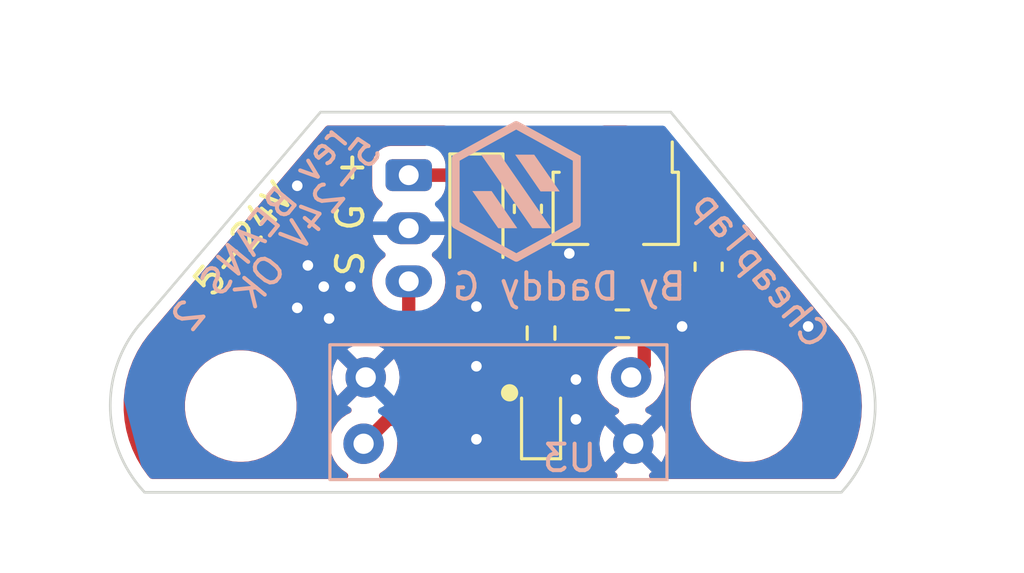
<source format=kicad_pcb>
(kicad_pcb (version 20211014) (generator pcbnew)
  (layers (0 "F.Cu" signal) (31 "B.Cu" signal) (34 "B.Paste" user) (35 "F.Paste" user) (36 "B.SilkS" user "B.Silkscreen") (37 "F.SilkS" user "F.Silkscreen") (38 "B.Mask" user) (39 "F.Mask" user) (44 "Edge.Cuts" user))
  (net 0 "")
  (net 1 "SIG")
  (net 2 "GND")
  (net 3 "Vin")
  (net 4 "+5V")
  (net 5 "/current limit u3 led")
  (net 6 "/current limit status led")
  (footprint "Diode_SMD:D_SOD-123" (layer "F.Cu") (at 111.75 58.25 -90)
    (fp_text reference "D1" hide)
    (fp_text value "24-30v ~500ma")
    (fp_line (start -2.25 1) (end 1.65 1) (layer "F.SilkS") (width 0.12))
    (fp_line (start -2.25 -1) (end 1.65 -1) (layer "F.SilkS") (width 0.12))
    (fp_line (start -2.25 -1) (end -2.25 1) (layer "F.SilkS") (width 0.12))
    (pad "1" smd rect (at -1.65 0 270) (size 0.9 1.2) (layers "F.Cu" "F.Paste" "F.Mask") (net 3 "Vin"))
    (pad "2" smd rect (at 1.65 0 270) (size 0.9 1.2) (layers "F.Cu" "F.Paste" "F.Mask") (net 2 "GND"))
  )
  (footprint "LED_SMD:LED_0603_1608Metric" (layer "F.Cu") (at 114.18625 66 90)
    (fp_text reference "D2" hide)
    (fp_text value "LED")
    (fp_line (start 0.8 -0.735) (end -1.485 -0.735) (layer "F.SilkS") (width 0.12))
    (fp_line (start -1.485 0.735) (end 0.8 0.735) (layer "F.SilkS") (width 0.12))
    (fp_line (start -1.485 -0.735) (end -1.485 0.735) (layer "F.SilkS") (width 0.12))
    (pad "1" smd roundrect (at -0.7875 0 90) (size 0.875 0.95) (layers "F.Cu" "F.Paste" "F.Mask") (net 2 "GND"))
    (pad "2" smd roundrect (at 0.7875 0 90) (size 0.875 0.95) (layers "F.Cu" "F.Paste" "F.Mask") (net 6 "/current limit status led"))
  )
  (footprint "Connector_JST:JST_PH_S3B-PH-K_1x03_P2.00mm_Horizontal" (layer "F.Cu") (at 109.2 56.8 -90)
    (fp_text reference "J1" hide)
    (fp_text value "Conn_01x03" hide)
    (pad "1" thru_hole roundrect (at 0 0 270) (size 1.2 1.75) (drill 0.75) (layers *.Cu *.Mask) (roundrect_rratio 0.2083333333) (net 3 "Vin"))
    (pad "2" thru_hole oval (at 2 0 270) (size 1.2 1.75) (drill 0.75) (layers *.Cu *.Mask) (net 2 "GND"))
    (pad "3" thru_hole oval (at 4 0 270) (size 1.2 1.75) (drill 0.75) (layers *.Cu *.Mask) (net 1 "SIG"))
  )
  (footprint "Capacitor_SMD:C_0603_1608Metric" (layer "F.Cu") (at 120.5 60.25 -90)
    (fp_text reference "C2" hide)
    (fp_text value "100nf")
    (fp_line (start -0.14058 0.51) (end 0.14058 0.51) (layer "F.SilkS") (width 0.12))
    (fp_line (start -0.14058 -0.51) (end 0.14058 -0.51) (layer "F.SilkS") (width 0.12))
    (pad "1" smd roundrect (at -0.775 0 270) (size 0.9 0.95) (layers "F.Cu" "F.Paste" "F.Mask") (net 4 "+5V"))
    (pad "2" smd roundrect (at 0.775 0 270) (size 0.9 0.95) (layers "F.Cu" "F.Paste" "F.Mask") (net 2 "GND"))
  )
  (footprint "Package_TO_SOT_SMD:SOT-89-3" (layer "F.Cu") (at 117 57.75 -90)
    (fp_text reference "U1" hide)
    (fp_text value "L78L05_SOT89")
    (fp_line (start -1.06 -2.36) (end 1.66 -2.36) (layer "F.SilkS") (width 0.12))
    (fp_line (start -2.2 -2.13) (end -1.06 -2.13) (layer "F.SilkS") (width 0.12))
    (fp_line (start -1.06 -2.36) (end -1.06 -2.13) (layer "F.SilkS") (width 0.12))
    (fp_line (start 1.66 2.36) (end -1.06 2.36) (layer "F.SilkS") (width 0.12))
    (fp_line (start -1.06 2.36) (end -1.06 2.13) (layer "F.SilkS") (width 0.12))
    (fp_line (start 1.66 -2.36) (end 1.66 -1.05) (layer "F.SilkS") (width 0.12))
    (fp_line (start 1.66 1.05) (end 1.66 2.36) (layer "F.SilkS") (width 0.12))
    (pad "1" smd rect (at -1.65 -1.5 270) (size 1.3 0.9) (layers "F.Cu" "F.Paste" "F.Mask") (net 4 "+5V"))
    (pad "2" smd custom (at -1.5625 0 270) (size 1.475 0.9) (layers "F.Cu" "F.Paste" "F.Mask") (net 2 "GND") (options (clearance outline) (anchor rect)) (primitives (gr_poly (pts (xy 3.8625 0.8665) (xy 0.7375 0.8665) (xy 0.7375 -0.8665) (xy 3.8625 -0.8665)) (width 0) (fill yes))))
    (pad "3" smd rect (at -1.65 1.5 270) (size 1.3 0.9) (layers "F.Cu" "F.Paste" "F.Mask") (net 3 "Vin"))
  )
  (footprint "Fiducial:Fiducial_0.5mm_Mask1mm" (layer "F.Cu") (at 107.4 62.2)
    (fp_text reference "REF**" hide)
    (fp_text value "Fiducial_0.5mm_Mask1mm" hide)
    (pad "" smd circle (at 0 0) (size 0.5 0.5) (layers "F.Cu" "F.Mask") (clearance 0.25))
  )
  (footprint "OptoDevice:itr9608r" (layer "F.Cu") (at 112.58 61.92)
    (fp_text reference "U3" (at 2.68 5.54 unlocked) (layer "B.SilkS") (effects (justify mirror)))
    (fp_text value "ITR9608")
    (fp_rect (start 6.35 6.35) (end -6.35 1.27) (layer "B.SilkS") (width 0.12) (fill none))
    (pad "1" thru_hole circle (at 5 2.5) (size 1.524 1.524) (drill 0.762) (layers *.Cu *.Mask) (net 5 "/current limit u3 led"))
    (pad "2" thru_hole circle (at 5.08 5) (size 1.524 1.524) (drill 0.762) (layers *.Cu *.Mask) (net 2 "GND"))
    (pad "3" thru_hole circle (at -5.08 5) (size 1.524 1.524) (drill 0.762) (layers *.Cu *.Mask) (net 1 "SIG"))
    (pad "4" thru_hole circle (at -5 2.5) (size 1.524 1.524) (drill 0.762) (layers *.Cu *.Mask) (net 2 "GND"))
  )
  (footprint "Resistor_SMD:R_0603_1608Metric" (layer "F.Cu") (at 114.18625 62.75 -90)
    (fp_text reference "R3" hide)
    (fp_text value "640R")
    (fp_line (start -0.237258 -0.5225) (end 0.237258 -0.5225) (layer "F.SilkS") (width 0.12))
    (fp_line (start -0.237258 0.5225) (end 0.237258 0.5225) (layer "F.SilkS") (width 0.12))
    (pad "1" smd roundrect (at -0.825 0 270) (size 0.8 0.95) (layers "F.Cu" "F.Paste" "F.Mask") (net 4 "+5V"))
    (pad "2" smd roundrect (at 0.825 0 270) (size 0.8 0.95) (layers "F.Cu" "F.Paste" "F.Mask") (net 6 "/current limit status led"))
  )
  (footprint "Fiducial:Fiducial_0.5mm_Mask1mm" (layer "F.Cu") (at 109.6 67.4)
    (fp_text reference "REF**" hide)
    (fp_text value "Fiducial_0.5mm_Mask1mm" hide)
    (pad "" smd circle (at 0 0) (size 0.5 0.5) (layers "F.Cu" "F.Mask") (clearance 0.25))
  )
  (footprint "MountingHole:MountingHole_3.2mm_M3_ISO7380" (layer "F.Cu") (at 102.87 65.5)
    (fp_text reference "REF**" hide)
    (fp_text value "MountingHole_3.2mm_M3_ISO7380" hide)
    (pad "" np_thru_hole circle locked (at 0 0) (size 3.2 3.2) (drill 3.2) (layers *.Cu *.Mask))
  )
  (footprint "Fiducial:Fiducial_0.5mm_Mask1mm" (layer "F.Cu") (at 122.6 61)
    (fp_text reference "REF**" hide)
    (fp_text value "Fiducial_0.5mm_Mask1mm" hide)
    (pad "" smd circle (at 0 0) (size 0.5 0.5) (layers "F.Cu" "F.Mask") (clearance 0.25))
  )
  (footprint "MountingHole:MountingHole_3.2mm_M3_ISO7380" (layer "F.Cu") (at 121.93 65.5)
    (fp_text reference "REF**" hide)
    (fp_text value "MountingHole_3.2mm_M3_ISO7380" hide)
    (pad "" np_thru_hole circle locked (at 0 0) (size 3.2 3.2) (drill 3.2) (layers *.Cu *.Mask))
  )
  (footprint "Capacitor_SMD:C_0603_1608Metric" (layer "F.Cu") (at 113.69 58.07 -90)
    (fp_text reference "C1" hide)
    (fp_text value "330nf")
    (fp_line (start -0.14058 -0.51) (end 0.14058 -0.51) (layer "F.SilkS") (width 0.12))
    (fp_line (start -0.14058 0.51) (end 0.14058 0.51) (layer "F.SilkS") (width 0.12))
    (pad "1" smd roundrect (at -0.775 0 270) (size 0.9 0.95) (layers "F.Cu" "F.Paste" "F.Mask") (net 3 "Vin"))
    (pad "2" smd roundrect (at 0.775 0 270) (size 0.9 0.95) (layers "F.Cu" "F.Paste" "F.Mask") (net 2 "GND"))
  )
  (footprint "Resistor_SMD:R_0603_1608Metric" (layer "F.Cu") (at 117.25 62.4)
    (fp_text reference "R5" hide)
    (fp_text value "200R" hide)
    (fp_line (start -0.237258 0.5225) (end 0.237258 0.5225) (layer "F.SilkS") (width 0.12))
    (fp_line (start -0.237258 -0.5225) (end 0.237258 -0.5225) (layer "F.SilkS") (width 0.12))
    (pad "1" smd roundrect (at -0.825 0) (size 0.8 0.95) (layers "F.Cu" "F.Paste" "F.Mask") (net 4 "+5V"))
    (pad "2" smd roundrect (at 0.825 0) (size 0.8 0.95) (layers "F.Cu" "F.Paste" "F.Mask") (net 5 "/current limit u3 led"))
  )
  (gr_poly (pts (xy 113.217895 56.030493) (xy 114.16951 57.410124) (xy 114.882126 57.410124) (xy 113.926178 56.031946) (xy 113.217895 56.030493)) (layer "B.SilkS") (width 0.007242) (fill solid))
  (gr_poly (pts (xy 111.935287 56.030493) (xy 113.855255 58.792662) (xy 114.557739 58.792662) (xy 112.645828 56.031222) (xy 111.935287 56.030493)) (layer "B.SilkS") (width 0.007242) (fill solid))
  (gr_poly (pts (xy 112.319168 57.4) (xy 111.602157 57.4) (xy 112.57193 58.792662) (xy 113.282364 58.792662) (xy 112.319168 57.4)) (layer "B.SilkS") (width 0.007242) (fill solid))
  (gr_poly (pts (xy 115.532486 56.16519) (xy 115.532486 58.657221) (xy 113.254837 59.910845) (xy 110.967712 58.661566) (xy 110.968673 56.165919) (xy 113.25 54.910841) (xy 115.532486 56.16519)) (layer "B.SilkS") (width 0.3) (fill none))
  (gr_circle (center 113 65) (end 113.25 65) (layer "F.SilkS") (width 0.15) (fill solid))
  (gr_line (start 99.25 68.75) (end 125.5 68.75) (layer "Edge.Cuts") (width 0.1))
  (gr_line (start 105.875 54.425) (end 119.075 54.425) (layer "Edge.Cuts") (width 0.1))
  (gr_arc (start 125.5 62.25) (mid 126.776243 65.5) (end 125.5 68.75) (layer "Edge.Cuts") (width 0.1))
  (gr_arc (start 99.25 68.75) (mid 97.95815 65.671674) (end 99 62.5) (layer "Edge.Cuts") (width 0.1))
  (gr_line (start 105.875 54.425) (end 99 62.5) (layer "Edge.Cuts") (width 0.1))
  (gr_line (start 119.075 54.425) (end 125.5 62.25) (layer "Edge.Cuts") (width 0.1))
  (gr_text "rev BEANS 2" (at 103.6 58.8 50.7) (layer "B.SilkS") (effects (font (size 1 1)) (justify mirror)))
  (gr_text "By Daddy G" (at 115.25 61) (layer "B.SilkS") (effects (font (size 1 1)) (justify mirror)))
  (gr_text "CheapTap" (at 124.8 63.2 -50.7) (layer "B.SilkS") (effects (font (size 1 1)) (justify left mirror)))
  (gr_text "5-24V OK" (at 105.4 58.6 50.7) (layer "B.SilkS") (effects (font (size 1 1)) (justify mirror)))
  (gr_text "S G +" (at 107 58.25 90) (layer "F.SilkS") (effects (font (size 1 1))))
  (gr_text "5-24V" (at 102.975 59.225 50.7) (layer "F.SilkS") (effects (font (size 1 1))))
  (segment (start 109.2 60.8) (end 109.2 62.2) (width 0.5) (layer "F.Cu") (net 1))
  (segment (start 110.25 65.25) (end 109.5 66) (width 0.5) (layer "F.Cu") (net 1))
  (segment (start 109.2 62.2) (end 110.25 63.25) (width 0.5) (layer "F.Cu") (net 1))
  (segment (start 108.42 66) (end 107.5 66.92) (width 0.5) (layer "F.Cu") (net 1))
  (segment (start 109.5 66) (end 108.42 66) (width 0.5) (layer "F.Cu") (net 1))
  (segment (start 110.25 63.25) (end 110.25 65.25) (width 0.5) (layer "F.Cu") (net 1))
  (via (at 105 57.2) (size 0.8) (drill 0.4) (layers "F.Cu" "B.Cu") (net 2))
  (via (at 111.75 64) (size 0.8) (drill 0.4) (layers "F.Cu" "B.Cu") (net 2))
  (via (at 115.5 64.5) (size 0.8) (drill 0.4) (layers "F.Cu" "B.Cu") (net 2))
  (via (at 115.5 66) (size 0.8) (drill 0.4) (layers "F.Cu" "B.Cu") (net 2))
  (via (at 106 61) (size 0.8) (drill 0.4) (layers "F.Cu" "B.Cu") (net 2))
  (via (at 119.5 62.5) (size 0.8) (drill 0.4) (layers "F.Cu" "B.Cu") (net 2))
  (via (at 111.75 61.75) (size 0.8) (drill 0.4) (layers "F.Cu" "B.Cu") (net 2))
  (via (at 105 61.8) (size 0.8) (drill 0.4) (layers "F.Cu" "B.Cu") (net 2))
  (via (at 111.75 66.75) (size 0.8) (drill 0.4) (layers "F.Cu" "B.Cu") (net 2))
  (via (at 107 61) (size 0.8) (drill 0.4) (layers "F.Cu" "B.Cu") (net 2))
  (via (at 106.2 62.2) (size 0.8) (drill 0.4) (layers "F.Cu" "B.Cu") (net 2))
  (via (at 115.25 59.75) (size 0.8) (drill 0.4) (layers "F.Cu" "B.Cu") (net 2))
  (via (at 124.25 62.5) (size 0.8) (drill 0.4) (layers "F.Cu" "B.Cu") (net 2))
  (via (at 105.4 60.2) (size 0.8) (drill 0.4) (layers "F.Cu" "B.Cu") (net 2))
  (segment (start 118.075 63.925) (end 117.58 64.42) (width 0.5) (layer "F.Cu") (net 5))
  (segment (start 118.075 62.4) (end 118.075 63.925) (width 0.5) (layer "F.Cu") (net 5))
  (segment (start 114.18625 63.575) (end 114.18625 65.2125) (width 0.5) (layer "F.Cu") (net 6))
  (zone (net 3) (net_name "Vin") (layer "F.Cu") (priority 1) (connect_pads thru_hole_only (clearance 0.308)) (min_thickness 0.254) (fill yes (thermal_gap 0.508) (thermal_bridge_width 0.508))
    (polygon (pts (xy 116 55.25) (xy 116 57.5) (xy 113.25 57.75) (xy 112 57.75) (xy 111.25 57.75) (xy 108.5 57.75) (xy 108.25 57.25) (xy 108.25 56.25) (xy 108.75 55.75) (xy 110.5 55.75) (xy 111.75 55.25) (xy 113 55.25)))
  )
  (zone (net 4) (net_name "+5V") (layer "F.Cu") (priority 1) (connect_pads thru_hole_only (clearance 0.5)) (min_thickness 0.254) (fill yes (thermal_gap 0.508) (thermal_bridge_width 0.508))
    (polygon (pts (xy 119.25 55.5) (xy 119.25 56) (xy 120.25 57.5) (xy 121.25 58.75) (xy 121.25 60) (xy 121 60.25) (xy 119.75 60.25) (xy 119 61.5) (xy 117.75 61.5) (xy 117.5 61.75) (xy 117.25 62.4) (xy 117 63.5) (xy 115.75 63.5) (xy 115.25 62.75) (xy 113.75 62.75) (xy 113.25 62.5) (xy 113.25 61.25) (xy 113.75 60.75) (xy 117.75 60.75) (xy 118.25 60.25) (xy 118.25 57) (xy 117.75 56.5) (xy 117.75 55.25) (xy 119 55.25)))
  )
  (zone (net 2) (net_name "GND") (layer "F.Cu") (connect_pads thru_hole_only (clearance 0.5)) (min_thickness 0.254) (fill yes (thermal_gap 0.508) (thermal_bridge_width 0.508))
    (polygon (pts (xy 117.2 50.6) (xy 129.6 51) (xy 132.4 71.2) (xy 93.8 71.8) (xy 96.2 50.2)))
  )
  (zone (net 2) (net_name "GND") (layer "B.Cu") (connect_pads (clearance 0.508)) (min_thickness 0.254) (fill yes (thermal_gap 0.508) (thermal_bridge_width 0.508))
    (polygon (pts (xy 99.875 61.475) (xy 98.125 63.975) (xy 99.375 68.725) (xy 125.625 68.475) (xy 126.875 63.975) (xy 125.625 62.225) (xy 124.606482 58.411449) (xy 119.856482 52.911449) (xy 106.125 53.975)))
  )
)
</source>
